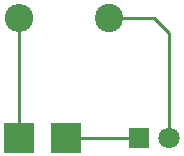
<source format=gbl>
G04 #@! TF.FileFunction,Copper,L2,Bot,Signal*
%FSLAX46Y46*%
G04 Gerber Fmt 4.6, Leading zero omitted, Abs format (unit mm)*
G04 Created by KiCad (PCBNEW 4.0.7) date 07/26/19 18:51:32*
%MOMM*%
%LPD*%
G01*
G04 APERTURE LIST*
%ADD10C,0.100000*%
%ADD11R,2.500000X2.500000*%
%ADD12R,1.800000X1.800000*%
%ADD13C,1.800000*%
%ADD14C,2.400000*%
%ADD15O,2.400000X2.400000*%
%ADD16C,0.250000*%
G04 APERTURE END LIST*
D10*
D11*
X151260000Y-115570000D03*
X147320000Y-115570000D03*
D12*
X157480000Y-115570000D03*
D13*
X160020000Y-115570000D03*
D14*
X154940000Y-105410000D03*
D15*
X147320000Y-105410000D03*
D16*
X157480000Y-115570000D02*
X151260000Y-115570000D01*
X147320000Y-115570000D02*
X147320000Y-105410000D01*
X154940000Y-105410000D02*
X158750000Y-105410000D01*
X160020000Y-106680000D02*
X160020000Y-115570000D01*
X158750000Y-105410000D02*
X160020000Y-106680000D01*
M02*

</source>
